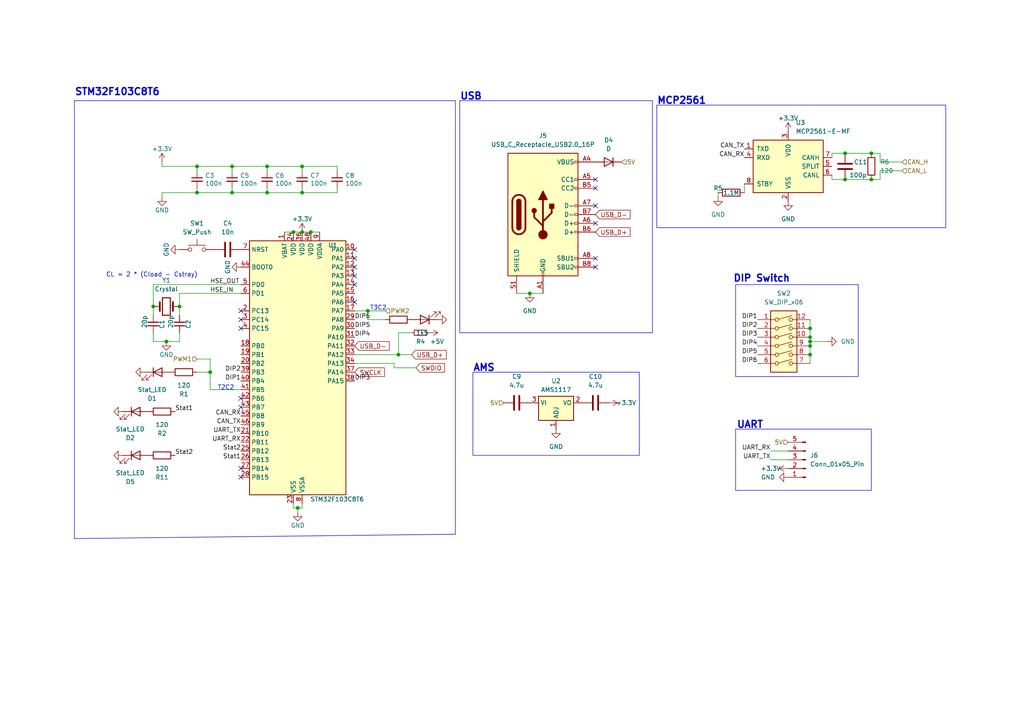
<source format=kicad_sch>
(kicad_sch (version 20231120) (generator "eeschema") (generator_version "8.0")
  (paper "A4")
  (lib_symbols
    (symbol "Connector:Conn_01x05_Pin" (pin_names (offset 1.016) hide)
      (property "Reference" "J" (at 0 7.62 0))
      (property "Value" "Conn_01x05_Pin" (at 0 -7.62 0))
      (symbol "Conn_01x05_Pin_1_1"
        (polyline (pts (xy 1.27 -5.08) (xy 0.8636 -5.08)) (stroke (width 0.1524)))
        (polyline (pts (xy 1.27 -2.54) (xy 0.8636 -2.54)) (stroke (width 0.1524)))
        (polyline (pts (xy 1.27 0) (xy 0.8636 0)) (stroke (width 0.1524)))
        (polyline (pts (xy 1.27 2.54) (xy 0.8636 2.54)) (stroke (width 0.1524)))
        (polyline (pts (xy 1.27 5.08) (xy 0.8636 5.08)) (stroke (width 0.1524)))
        (rectangle (start 0.8636 -4.953) (end 0 -5.207) (stroke (width 0.1524)) (fill (type outline)))
        (rectangle (start 0.8636 -2.413) (end 0 -2.667) (stroke (width 0.1524)) (fill (type outline)))
        (rectangle (start 0.8636 0.127) (end 0 -0.127) (stroke (width 0.1524)) (fill (type outline)))
        (rectangle (start 0.8636 2.667) (end 0 2.413) (stroke (width 0.1524)) (fill (type outline)))
        (rectangle (start 0.8636 5.207) (end 0 4.953) (stroke (width 0.1524)) (fill (type outline)))
        (pin passive line (at 5.08 5.08 180) (length 3.81) (name "Pin_1") (number "1"))
        (pin passive line (at 5.08 2.54 180) (length 3.81) (name "Pin_2") (number "2"))
        (pin passive line (at 5.08 0 180) (length 3.81) (name "Pin_3") (number "3"))
        (pin passive line (at 5.08 -2.54 180) (length 3.81) (name "Pin_4") (number "4"))
        (pin passive line (at 5.08 -5.08 180) (length 3.81) (name "Pin_5") (number "5"))
      )
    )
    (symbol "Connector:USB_C_Receptacle_USB2.0_16P" (pin_names (offset 1.016))
      (property "Reference" "J" (at 0 22.225 0))
      (property "Value" "USB_C_Receptacle_USB2.0_16P" (at 0 19.685 0))
      (symbol "USB_C_Receptacle_USB2.0_16P_0_0"
        (rectangle (start -0.254 -17.78) (end 0.254 -16.764))
        (rectangle (start 10.16 -14.986) (end 9.144 -15.494))
        (rectangle (start 10.16 -12.446) (end 9.144 -12.954))
        (rectangle (start 10.16 -4.826) (end 9.144 -5.334))
        (rectangle (start 10.16 -2.286) (end 9.144 -2.794))
        (rectangle (start 10.16 0.254) (end 9.144 -0.254))
        (rectangle (start 10.16 2.794) (end 9.144 2.286))
        (rectangle (start 10.16 7.874) (end 9.144 7.366))
        (rectangle (start 10.16 10.414) (end 9.144 9.906))
        (rectangle (start 10.16 15.494) (end 9.144 14.986))
      )
      (symbol "USB_C_Receptacle_USB2.0_16P_0_1"
        (rectangle (start -10.16 17.78) (end 10.16 -17.78) (stroke (width 0.254)) (fill (type background)))
        (arc (start -8.89 -3.81) (mid -6.985 -5.7067) (end -5.08 -3.81) (stroke (width 0.508)))
        (arc (start -7.62 -3.81) (mid -6.985 -4.4423) (end -6.35 -3.81) (stroke (width 0.254)))
        (arc (start -7.62 -3.81) (mid -6.985 -4.4423) (end -6.35 -3.81) (stroke (width 0.254)) (fill (type outline)))
        (rectangle (start -7.62 -3.81) (end -6.35 3.81) (stroke (width 0.254)) (fill (type outline)))
        (arc (start -6.35 3.81) (mid -6.985 4.4423) (end -7.62 3.81) (stroke (width 0.254)))
        (arc (start -6.35 3.81) (mid -6.985 4.4423) (end -7.62 3.81) (stroke (width 0.254)) (fill (type outline)))
        (arc (start -5.08 3.81) (mid -6.985 5.7067) (end -8.89 3.81) (stroke (width 0.508)))
        (circle (center -2.54 1.143) (radius 0.635) (stroke (width 0.254)) (fill (type outline)))
        (circle (center 0 -5.842) (radius 1.27) (fill (type outline)))
        (polyline (pts (xy -8.89 -3.81) (xy -8.89 3.81)) (stroke (width 0.508)))
        (polyline (pts (xy -5.08 3.81) (xy -5.08 -3.81)) (stroke (width 0.508)))
        (polyline (pts (xy 0 -5.842) (xy 0 4.318)) (stroke (width 0.508)))
        (polyline (pts (xy 0 -3.302) (xy -2.54 -0.762) (xy -2.54 0.508)) (stroke (width 0.508)))
        (polyline (pts (xy 0 -2.032) (xy 2.54 0.508) (xy 2.54 1.778)) (stroke (width 0.508)))
        (polyline (pts (xy -1.27 4.318) (xy 0 6.858) (xy 1.27 4.318) (xy -1.27 4.318)) (stroke (width 0.254)) (fill (type outline)))
        (rectangle (start 1.905 1.778) (end 3.175 3.048) (stroke (width 0.254)) (fill (type outline)))
      )
      (symbol "USB_C_Receptacle_USB2.0_16P_1_1"
        (pin passive line (at 0 -22.86 90) (length 5.08) (name "GND") (number "A1"))
        (pin passive line (at 0 -22.86 90) (length 5.08) hide (name "GND") (number "A12"))
        (pin passive line (at 15.24 15.24 180) (length 5.08) (name "VBUS") (number "A4"))
        (pin bidirectional line (at 15.24 10.16 180) (length 5.08) (name "CC1") (number "A5"))
        (pin bidirectional line (at 15.24 -2.54 180) (length 5.08) (name "D+") (number "A6"))
        (pin bidirectional line (at 15.24 2.54 180) (length 5.08) (name "D-") (number "A7"))
        (pin bidirectional line (at 15.24 -12.7 180) (length 5.08) (name "SBU1") (number "A8"))
        (pin passive line (at 15.24 15.24 180) (length 5.08) hide (name "VBUS") (number "A9"))
        (pin passive line (at 0 -22.86 90) (length 5.08) hide (name "GND") (number "B1"))
        (pin passive line (at 0 -22.86 90) (length 5.08) hide (name "GND") (number "B12"))
        (pin passive line (at 15.24 15.24 180) (length 5.08) hide (name "VBUS") (number "B4"))
        (pin bidirectional line (at 15.24 7.62 180) (length 5.08) (name "CC2") (number "B5"))
        (pin bidirectional line (at 15.24 -5.08 180) (length 5.08) (name "D+") (number "B6"))
        (pin bidirectional line (at 15.24 0 180) (length 5.08) (name "D-") (number "B7"))
        (pin bidirectional line (at 15.24 -15.24 180) (length 5.08) (name "SBU2") (number "B8"))
        (pin passive line (at 15.24 15.24 180) (length 5.08) hide (name "VBUS") (number "B9"))
        (pin passive line (at -7.62 -22.86 90) (length 5.08) (name "SHIELD") (number "S1"))
      )
    )
    (symbol "Device:C" (pin_numbers hide) (pin_names (offset 0.254))
      (property "Reference" "C" (at 0.635 2.54 0))
      (property "Value" "C" (at 0.635 -2.54 0))
      (symbol "C_0_1"
        (polyline (pts (xy -2.032 -0.762) (xy 2.032 -0.762)) (stroke (width 0.508)))
        (polyline (pts (xy -2.032 0.762) (xy 2.032 0.762)) (stroke (width 0.508)))
      )
      (symbol "C_1_1"
        (pin passive line (at 0 3.81 270) (length 2.794) (name "~") (number "1"))
        (pin passive line (at 0 -3.81 90) (length 2.794) (name "~") (number "2"))
      )
    )
    (symbol "Device:C_Small" (pin_numbers hide) (pin_names (offset 0.254) hide)
      (property "Reference" "C" (at 0.254 1.778 0))
      (property "Value" "C_Small" (at 0.254 -2.032 0))
      (symbol "C_Small_0_1"
        (polyline (pts (xy -1.524 -0.508) (xy 1.524 -0.508)) (stroke (width 0.3302)))
        (polyline (pts (xy -1.524 0.508) (xy 1.524 0.508)) (stroke (width 0.3048)))
      )
      (symbol "C_Small_1_1"
        (pin passive line (at 0 2.54 270) (length 2.032) (name "~") (number "1"))
        (pin passive line (at 0 -2.54 90) (length 2.032) (name "~") (number "2"))
      )
    )
    (symbol "Device:Crystal" (pin_numbers hide) (pin_names (offset 1.016) hide)
      (property "Reference" "Y" (at 0 3.81 0))
      (property "Value" "Crystal" (at 0 -3.81 0))
      (symbol "Crystal_0_1"
        (rectangle (start -1.143 2.54) (end 1.143 -2.54) (stroke (width 0.3048)))
        (polyline (pts (xy -2.54 0) (xy -1.905 0)))
        (polyline (pts (xy -1.905 -1.27) (xy -1.905 1.27)) (stroke (width 0.508)))
        (polyline (pts (xy 1.905 -1.27) (xy 1.905 1.27)) (stroke (width 0.508)))
        (polyline (pts (xy 2.54 0) (xy 1.905 0)))
      )
      (symbol "Crystal_1_1"
        (pin passive line (at -3.81 0 0) (length 1.27) (name "1") (number "1"))
        (pin passive line (at 3.81 0 180) (length 1.27) (name "2") (number "2"))
      )
    )
    (symbol "Device:D" (pin_numbers hide) (pin_names (offset 1.016) hide)
      (property "Reference" "D" (at 0 2.54 0))
      (property "Value" "D" (at 0 -2.54 0))
      (symbol "D_0_1"
        (polyline (pts (xy -1.27 1.27) (xy -1.27 -1.27)) (stroke (width 0.254)))
        (polyline (pts (xy 1.27 0) (xy -1.27 0)))
        (polyline (pts (xy 1.27 1.27) (xy 1.27 -1.27) (xy -1.27 0) (xy 1.27 1.27)) (stroke (width 0.254)))
      )
      (symbol "D_1_1"
        (pin passive line (at -3.81 0 0) (length 2.54) (name "K") (number "1"))
        (pin passive line (at 3.81 0 180) (length 2.54) (name "A") (number "2"))
      )
    )
    (symbol "Device:LED" (pin_numbers hide) (pin_names (offset 1.016) hide)
      (property "Reference" "D" (at 0 2.54 0))
      (property "Value" "LED" (at 0 -2.54 0))
      (symbol "LED_0_1"
        (polyline (pts (xy -1.27 -1.27) (xy -1.27 1.27)) (stroke (width 0.254)))
        (polyline (pts (xy -1.27 0) (xy 1.27 0)))
        (polyline (pts (xy 1.27 -1.27) (xy 1.27 1.27) (xy -1.27 0) (xy 1.27 -1.27)) (stroke (width 0.254)))
        (polyline (pts (xy -3.048 -0.762) (xy -4.572 -2.286) (xy -3.81 -2.286) (xy -4.572 -2.286) (xy -4.572 -1.524)))
        (polyline (pts (xy -1.778 -0.762) (xy -3.302 -2.286) (xy -2.54 -2.286) (xy -3.302 -2.286) (xy -3.302 -1.524)))
      )
      (symbol "LED_1_1"
        (pin passive line (at -3.81 0 0) (length 2.54) (name "K") (number "1"))
        (pin passive line (at 3.81 0 180) (length 2.54) (name "A") (number "2"))
      )
    )
    (symbol "Device:R" (pin_numbers hide) (pin_names (offset 0))
      (property "Reference" "R" (at 2.032 0 90))
      (property "Value" "R" (at 0 0 90))
      (symbol "R_0_1"
        (rectangle (start -1.016 -2.54) (end 1.016 2.54) (stroke (width 0.254)))
      )
      (symbol "R_1_1"
        (pin passive line (at 0 3.81 270) (length 1.27) (name "~") (number "1"))
        (pin passive line (at 0 -3.81 90) (length 1.27) (name "~") (number "2"))
      )
    )
    (symbol "Device:R_Small" (pin_numbers hide) (pin_names (offset 0.254) hide)
      (property "Reference" "R" (at 0.762 0.508 0))
      (property "Value" "R_Small" (at 0.762 -1.016 0))
      (symbol "R_Small_0_1"
        (rectangle (start -0.762 1.778) (end 0.762 -1.778) (stroke (width 0.2032)))
      )
      (symbol "R_Small_1_1"
        (pin passive line (at 0 2.54 270) (length 0.762) (name "~") (number "1"))
        (pin passive line (at 0 -2.54 90) (length 0.762) (name "~") (number "2"))
      )
    )
    (symbol "GND_1" (power) (pin_numbers hide) (pin_names (offset 0) hide)
      (property "Value" "GND" (at 0 -3.81 0))
      (symbol "GND_1_0_1"
        (polyline (pts (xy 0 0) (xy 0 -1.27) (xy 1.27 -1.27) (xy 0 -2.54) (xy -1.27 -1.27) (xy 0 -1.27)))
      )
      (symbol "GND_1_1_1"
        (pin power_in line (at 0 0 270) (length 0) (name "~") (number "1"))
      )
    )
    (symbol "Interface_CAN_LIN:MCP2561-E-MF" (pin_names (offset 1.016))
      (property "Reference" "U" (at -10.16 8.89 0))
      (property "Value" "MCP2561-E-MF" (at 2.54 8.89 0))
      (symbol "MCP2561-E-MF_0_1"
        (rectangle (start -10.16 7.62) (end 10.16 -7.62) (stroke (width 0.254)) (fill (type background)))
      )
      (symbol "MCP2561-E-MF_1_1"
        (pin input line (at -12.7 5.08 0) (length 2.54) (name "TXD") (number "1"))
        (pin power_in line (at 0 -10.16 90) (length 2.54) (name "VSS") (number "2"))
        (pin power_in line (at 0 10.16 270) (length 2.54) (name "VDD") (number "3"))
        (pin output line (at -12.7 2.54 0) (length 2.54) (name "RXD") (number "4"))
        (pin passive line (at 12.7 0 180) (length 2.54) (name "SPLIT") (number "5"))
        (pin bidirectional line (at 12.7 -2.54 180) (length 2.54) (name "CANL") (number "6"))
        (pin bidirectional line (at 12.7 2.54 180) (length 2.54) (name "CANH") (number "7"))
        (pin input line (at -12.7 -5.08 0) (length 2.54) (name "STBY") (number "8"))
        (pin passive line (at 0 -10.16 90) (length 2.54) hide (name "VSS") (number "9"))
      )
    )
    (symbol "MCU_ST_STM32F1:STM32F103C8Tx"
      (property "Reference" "U" (at -12.7 39.37 0))
      (property "Value" "STM32F103C8Tx" (at 10.16 39.37 0))
      (symbol "STM32F103C8Tx_0_1"
        (rectangle (start -12.7 -35.56) (end 15.24 38.1) (stroke (width 0.254)) (fill (type background)))
      )
      (symbol "STM32F103C8Tx_1_1"
        (pin power_in line (at -2.54 40.64 270) (length 2.54) (name "VBAT") (number "1"))
        (pin bidirectional line (at 17.78 35.56 180) (length 2.54) (name "PA0") (number "10"))
        (pin bidirectional line (at 17.78 33.02 180) (length 2.54) (name "PA1") (number "11"))
        (pin bidirectional line (at 17.78 30.48 180) (length 2.54) (name "PA2") (number "12"))
        (pin bidirectional line (at 17.78 27.94 180) (length 2.54) (name "PA3") (number "13"))
        (pin bidirectional line (at 17.78 25.4 180) (length 2.54) (name "PA4") (number "14"))
        (pin bidirectional line (at 17.78 22.86 180) (length 2.54) (name "PA5") (number "15"))
        (pin bidirectional line (at 17.78 20.32 180) (length 2.54) (name "PA6") (number "16"))
        (pin bidirectional line (at 17.78 17.78 180) (length 2.54) (name "PA7") (number "17"))
        (pin bidirectional line (at -15.24 7.62 0) (length 2.54) (name "PB0") (number "18"))
        (pin bidirectional line (at -15.24 5.08 0) (length 2.54) (name "PB1") (number "19"))
        (pin bidirectional line (at -15.24 17.78 0) (length 2.54) (name "PC13") (number "2"))
        (pin bidirectional line (at -15.24 2.54 0) (length 2.54) (name "PB2") (number "20"))
        (pin bidirectional line (at -15.24 -17.78 0) (length 2.54) (name "PB10") (number "21"))
        (pin bidirectional line (at -15.24 -20.32 0) (length 2.54) (name "PB11") (number "22"))
        (pin power_in line (at 0 -38.1 90) (length 2.54) (name "VSS") (number "23"))
        (pin power_in line (at 0 40.64 270) (length 2.54) (name "VDD") (number "24"))
        (pin bidirectional line (at -15.24 -22.86 0) (length 2.54) (name "PB12") (number "25"))
        (pin bidirectional line (at -15.24 -25.4 0) (length 2.54) (name "PB13") (number "26"))
        (pin bidirectional line (at -15.24 -27.94 0) (length 2.54) (name "PB14") (number "27"))
        (pin bidirectional line (at -15.24 -30.48 0) (length 2.54) (name "PB15") (number "28"))
        (pin bidirectional line (at 17.78 15.24 180) (length 2.54) (name "PA8") (number "29"))
        (pin bidirectional line (at -15.24 15.24 0) (length 2.54) (name "PC14") (number "3"))
        (pin bidirectional line (at 17.78 12.7 180) (length 2.54) (name "PA9") (number "30"))
        (pin bidirectional line (at 17.78 10.16 180) (length 2.54) (name "PA10") (number "31"))
        (pin bidirectional line (at 17.78 7.62 180) (length 2.54) (name "PA11") (number "32"))
        (pin bidirectional line (at 17.78 5.08 180) (length 2.54) (name "PA12") (number "33"))
        (pin bidirectional line (at 17.78 2.54 180) (length 2.54) (name "PA13") (number "34"))
        (pin passive line (at 0 -38.1 90) (length 2.54) hide (name "VSS") (number "35"))
        (pin power_in line (at 2.54 40.64 270) (length 2.54) (name "VDD") (number "36"))
        (pin bidirectional line (at 17.78 0 180) (length 2.54) (name "PA14") (number "37"))
        (pin bidirectional line (at 17.78 -2.54 180) (length 2.54) (name "PA15") (number "38"))
        (pin bidirectional line (at -15.24 0 0) (length 2.54) (name "PB3") (number "39"))
        (pin bidirectional line (at -15.24 12.7 0) (length 2.54) (name "PC15") (number "4"))
        (pin bidirectional line (at -15.24 -2.54 0) (length 2.54) (name "PB4") (number "40"))
        (pin bidirectional line (at -15.24 -5.08 0) (length 2.54) (name "PB5") (number "41"))
        (pin bidirectional line (at -15.24 -7.62 0) (length 2.54) (name "PB6") (number "42"))
        (pin bidirectional line (at -15.24 -10.16 0) (length 2.54) (name "PB7") (number "43"))
        (pin input line (at -15.24 30.48 0) (length 2.54) (name "BOOT0") (number "44"))
        (pin bidirectional line (at -15.24 -12.7 0) (length 2.54) (name "PB8") (number "45"))
        (pin bidirectional line (at -15.24 -15.24 0) (length 2.54) (name "PB9") (number "46"))
        (pin passive line (at 0 -38.1 90) (length 2.54) hide (name "VSS") (number "47"))
        (pin power_in line (at 5.08 40.64 270) (length 2.54) (name "VDD") (number "48"))
        (pin bidirectional line (at -15.24 25.4 0) (length 2.54) (name "PD0") (number "5"))
        (pin bidirectional line (at -15.24 22.86 0) (length 2.54) (name "PD1") (number "6"))
        (pin input line (at -15.24 35.56 0) (length 2.54) (name "NRST") (number "7"))
        (pin power_in line (at 2.54 -38.1 90) (length 2.54) (name "VSSA") (number "8"))
        (pin power_in line (at 7.62 40.64 270) (length 2.54) (name "VDDA") (number "9"))
      )
    )
    (symbol "Regulator_Linear:AMS1117"
      (property "Reference" "U" (at -3.81 3.175 0))
      (property "Value" "AMS1117" (at 0 3.175 0))
      (symbol "AMS1117_0_1"
        (rectangle (start -5.08 -5.08) (end 5.08 1.905) (stroke (width 0.254)) (fill (type background)))
      )
      (symbol "AMS1117_1_1"
        (pin input line (at 0 -7.62 90) (length 2.54) (name "ADJ") (number "1"))
        (pin power_out line (at 7.62 0 180) (length 2.54) (name "VO") (number "2"))
        (pin power_in line (at -7.62 0 0) (length 2.54) (name "VI") (number "3"))
      )
    )
    (symbol "Switch:SW_DIP_x06" (pin_names (offset 0) hide)
      (property "Reference" "SW" (at 0 11.43 0))
      (property "Value" "SW_DIP_x06" (at 0 -8.89 0))
      (symbol "SW_DIP_x06_0_0"
        (circle (center -2.032 -5.08) (radius 0.508))
        (circle (center -2.032 -2.54) (radius 0.508))
        (circle (center -2.032 0) (radius 0.508))
        (circle (center -2.032 2.54) (radius 0.508))
        (circle (center -2.032 5.08) (radius 0.508))
        (circle (center -2.032 7.62) (radius 0.508))
        (polyline (pts (xy -1.524 -4.9276) (xy 2.3622 -3.8862)))
        (polyline (pts (xy -1.524 -2.3876) (xy 2.3622 -1.3462)))
        (polyline (pts (xy -1.524 0.127) (xy 2.3622 1.1684)))
        (polyline (pts (xy -1.524 2.667) (xy 2.3622 3.7084)))
        (polyline (pts (xy -1.524 5.207) (xy 2.3622 6.2484)))
        (polyline (pts (xy -1.524 7.747) (xy 2.3622 8.7884)))
        (circle (center 2.032 -5.08) (radius 0.508))
        (circle (center 2.032 -2.54) (radius 0.508))
        (circle (center 2.032 0) (radius 0.508))
        (circle (center 2.032 2.54) (radius 0.508))
        (circle (center 2.032 5.08) (radius 0.508))
        (circle (center 2.032 7.62) (radius 0.508))
      )
      (symbol "SW_DIP_x06_0_1"
        (rectangle (start -3.81 10.16) (end 3.81 -7.62) (stroke (width 0.254)) (fill (type background)))
      )
      (symbol "SW_DIP_x06_1_1"
        (pin passive line (at -7.62 7.62 0) (length 5.08) (name "~") (number "1"))
        (pin passive line (at 7.62 2.54 180) (length 5.08) (name "~") (number "10"))
        (pin passive line (at 7.62 5.08 180) (length 5.08) (name "~") (number "11"))
        (pin passive line (at 7.62 7.62 180) (length 5.08) (name "~") (number "12"))
        (pin passive line (at -7.62 5.08 0) (length 5.08) (name "~") (number "2"))
        (pin passive line (at -7.62 2.54 0) (length 5.08) (name "~") (number "3"))
        (pin passive line (at -7.62 0 0) (length 5.08) (name "~") (number "4"))
        (pin passive line (at -7.62 -2.54 0) (length 5.08) (name "~") (number "5"))
        (pin passive line (at -7.62 -5.08 0) (length 5.08) (name "~") (number "6"))
        (pin passive line (at 7.62 -5.08 180) (length 5.08) (name "~") (number "7"))
        (pin passive line (at 7.62 -2.54 180) (length 5.08) (name "~") (number "8"))
        (pin passive line (at 7.62 0 180) (length 5.08) (name "~") (number "9"))
      )
    )
    (symbol "Switch:SW_Push" (pin_numbers hide) (pin_names (offset 1.016) hide)
      (property "Reference" "SW" (at 1.27 2.54 0))
      (property "Value" "SW_Push" (at 0 -1.524 0))
      (symbol "SW_Push_0_1"
        (circle (center -2.032 0) (radius 0.508))
        (polyline (pts (xy 0 1.27) (xy 0 3.048)))
        (polyline (pts (xy 2.54 1.27) (xy -2.54 1.27)))
        (circle (center 2.032 0) (radius 0.508))
        (pin passive line (at -5.08 0 0) (length 2.54) (name "1") (number "1"))
        (pin passive line (at 5.08 0 180) (length 2.54) (name "2") (number "2"))
      )
    )
    (symbol "power:+3.3V" (power) (pin_names (offset 0))
      (property "Value" "+3.3V" (at 0 3.556 0))
      (symbol "+3.3V_0_1"
        (polyline (pts (xy -0.762 1.27) (xy 0 2.54)))
        (polyline (pts (xy 0 0) (xy 0 2.54)))
        (polyline (pts (xy 0 2.54) (xy 0.762 1.27)))
      )
      (symbol "+3.3V_1_1"
        (pin power_in line (at 0 0 90) (length 0) hide (name "+3.3V") (number "1"))
      )
    )
    (symbol "power:+5V" (power) (pin_names (offset 0))
      (property "Value" "+5V" (at 0 3.556 0))
      (symbol "+5V_0_1"
        (polyline (pts (xy -0.762 1.27) (xy 0 2.54)))
        (polyline (pts (xy 0 0) (xy 0 2.54)))
        (polyline (pts (xy 0 2.54) (xy 0.762 1.27)))
      )
      (symbol "+5V_1_1"
        (pin power_in line (at 0 0 90) (length 0) hide (name "+5V") (number "1"))
      )
    )
    (symbol "power:GND" (power) (pin_names (offset 0))
      (property "Value" "GND" (at 0 -3.81 0))
      (symbol "GND_0_1"
        (polyline (pts (xy 0 0) (xy 0 -1.27) (xy 1.27 -1.27) (xy 0 -2.54) (xy -1.27 -1.27) (xy 0 -1.27)))
      )
      (symbol "GND_1_1"
        (pin power_in line (at 0 0 270) (length 0) hide (name "GND") (number "1"))
      )
    )
  )
  (junction (at 85.09 67.31))
  (junction (at 234.95 100.33))
  (junction (at 60.96 107.95))
  (junction (at 234.95 102.87))
  (junction (at 252.73 44.45))
  (junction (at 57.15 48.26))
  (junction (at 48.26 99.06))
  (junction (at 234.95 97.79))
  (junction (at 87.63 67.31))
  (junction (at 86.36 147.32))
  (junction (at 90.17 67.31))
  (junction (at 153.67 85.09))
  (junction (at 234.95 95.25))
  (junction (at 87.63 55.88))
  (junction (at 52.07 88.9))
  (junction (at 234.95 99.06))
  (junction (at 252.73 52.07))
  (junction (at 245.11 52.07))
  (junction (at 115.57 102.87))
  (junction (at 87.63 48.26))
  (junction (at 77.47 48.26))
  (junction (at 245.11 44.45))
  (junction (at 106.68 90.17))
  (junction (at 77.47 55.88))
  (junction (at 67.31 55.88))
  (junction (at 44.45 88.9))
  (junction (at 67.31 48.26))
  (junction (at 57.15 55.88))
  (no_connect (at 172.72 59.69))
  (no_connect (at 172.72 52.07))
  (no_connect (at 69.85 115.57))
  (no_connect (at 102.87 80.01))
  (no_connect (at 69.85 92.71))
  (no_connect (at 102.87 74.93))
  (no_connect (at 69.85 118.11))
  (no_connect (at 172.72 54.61))
  (no_connect (at 69.85 138.43))
  (no_connect (at 69.85 90.17))
  (no_connect (at 102.87 82.55))
  (no_connect (at 102.87 87.63))
  (no_connect (at 172.72 64.77))
  (no_connect (at 102.87 72.39))
  (no_connect (at 69.85 135.89))
  (no_connect (at 172.72 77.47))
  (no_connect (at 172.72 74.93))
  (no_connect (at 69.85 95.25))
  (no_connect (at 102.87 77.47))
  (wire (pts (xy 90.17 67.31) (xy 92.71 67.31)))
  (wire (pts (xy 115.57 102.87) (xy 119.38 102.87)))
  (wire (pts (xy 241.3 44.45) (xy 245.11 44.45)))
  (wire (pts (xy 245.11 52.07) (xy 252.73 52.07)))
  (wire (pts (xy 241.3 50.8) (xy 241.3 52.07)))
  (wire (pts (xy 57.15 55.88) (xy 57.15 54.61)))
  (wire (pts (xy 255.27 44.45) (xy 252.73 44.45)))
  (wire (pts (xy 114.3 105.41) (xy 102.87 105.41)))
  (wire (pts (xy 149.86 85.09) (xy 153.67 85.09)))
  (wire (pts (xy 52.07 96.52) (xy 52.07 99.06)))
  (wire (pts (xy 261.62 46.99) (xy 255.27 46.99)))
  (wire (pts (xy 119.38 96.52) (xy 115.57 96.52)))
  (wire (pts (xy 234.95 99.06) (xy 234.95 100.33)))
  (wire (pts (xy 52.07 85.09) (xy 52.07 88.9)))
  (wire (pts (xy 234.95 92.71) (xy 234.95 95.25)))
  (wire (pts (xy 245.11 44.45) (xy 252.73 44.45)))
  (wire (pts (xy 77.47 48.26) (xy 67.31 48.26)))
  (wire (pts (xy 67.31 55.88) (xy 77.47 55.88)))
  (wire (pts (xy 44.45 88.9) (xy 44.45 91.44)))
  (wire (pts (xy 208.28 55.88) (xy 208.28 57.15)))
  (wire (pts (xy 97.79 49.53) (xy 97.79 48.26)))
  (wire (pts (xy 60.96 113.03) (xy 69.85 113.03)))
  (wire (pts (xy 44.45 82.55) (xy 44.45 88.9)))
  (wire (pts (xy 87.63 49.53) (xy 87.63 48.26)))
  (wire (pts (xy 255.27 49.53) (xy 255.27 52.07)))
  (wire (pts (xy 67.31 49.53) (xy 67.31 48.26)))
  (wire (pts (xy 57.15 107.95) (xy 60.96 107.95)))
  (wire (pts (xy 52.07 99.06) (xy 48.26 99.06)))
  (polyline (pts (xy 21.59 29.21) (xy 21.59 156.21)))
  (wire (pts (xy 111.76 92.71) (xy 106.68 92.71)))
  (wire (pts (xy 44.45 99.06) (xy 48.26 99.06)))
  (wire (pts (xy 46.99 46.99) (xy 46.99 48.26)))
  (wire (pts (xy 87.63 48.26) (xy 77.47 48.26)))
  (wire (pts (xy 44.45 96.52) (xy 44.45 99.06)))
  (wire (pts (xy 77.47 49.53) (xy 77.47 48.26)))
  (wire (pts (xy 52.07 85.09) (xy 69.85 85.09)))
  (wire (pts (xy 57.15 48.26) (xy 57.15 49.53)))
  (wire (pts (xy 97.79 48.26) (xy 87.63 48.26)))
  (wire (pts (xy 223.52 130.81) (xy 228.6 130.81)))
  (wire (pts (xy 77.47 55.88) (xy 87.63 55.88)))
  (polyline (pts (xy 132.08 29.21) (xy 21.59 29.21)))
  (polyline (pts (xy 132.08 154.94) (xy 132.08 29.21)))
  (wire (pts (xy 255.27 52.07) (xy 252.73 52.07)))
  (wire (pts (xy 153.67 85.09) (xy 157.48 85.09)))
  (wire (pts (xy 57.15 55.88) (xy 67.31 55.88)))
  (wire (pts (xy 102.87 90.17) (xy 106.68 90.17)))
  (wire (pts (xy 82.55 67.31) (xy 85.09 67.31)))
  (wire (pts (xy 57.15 48.26) (xy 46.99 48.26)))
  (wire (pts (xy 215.9 55.88) (xy 215.9 53.34)))
  (polyline (pts (xy 21.59 156.21) (xy 132.08 154.94)))
  (wire (pts (xy 60.96 107.95) (xy 60.96 113.03)))
  (wire (pts (xy 87.63 146.05) (xy 87.63 147.32)))
  (wire (pts (xy 114.3 106.68) (xy 114.3 105.41)))
  (wire (pts (xy 255.27 46.99) (xy 255.27 44.45)))
  (wire (pts (xy 261.62 49.53) (xy 255.27 49.53)))
  (wire (pts (xy 234.95 95.25) (xy 234.95 97.79)))
  (wire (pts (xy 115.57 96.52) (xy 115.57 102.87)))
  (wire (pts (xy 97.79 55.88) (xy 87.63 55.88)))
  (wire (pts (xy 106.68 90.17) (xy 111.76 90.17)))
  (wire (pts (xy 69.85 82.55) (xy 44.45 82.55)))
  (wire (pts (xy 60.96 104.14) (xy 60.96 107.95)))
  (wire (pts (xy 241.3 45.72) (xy 241.3 44.45)))
  (wire (pts (xy 97.79 54.61) (xy 97.79 55.88)))
  (wire (pts (xy 87.63 54.61) (xy 87.63 55.88)))
  (wire (pts (xy 87.63 67.31) (xy 90.17 67.31)))
  (wire (pts (xy 46.99 55.88) (xy 57.15 55.88)))
  (wire (pts (xy 240.03 99.06) (xy 234.95 99.06)))
  (wire (pts (xy 85.09 67.31) (xy 87.63 67.31)))
  (wire (pts (xy 114.3 106.68) (xy 120.65 106.68)))
  (wire (pts (xy 67.31 48.26) (xy 57.15 48.26)))
  (wire (pts (xy 57.15 104.14) (xy 60.96 104.14)))
  (wire (pts (xy 234.95 97.79) (xy 234.95 99.06)))
  (wire (pts (xy 234.95 102.87) (xy 234.95 105.41)))
  (wire (pts (xy 86.36 147.32) (xy 87.63 147.32)))
  (wire (pts (xy 106.68 92.71) (xy 106.68 90.17)))
  (wire (pts (xy 77.47 54.61) (xy 77.47 55.88)))
  (wire (pts (xy 67.31 54.61) (xy 67.31 55.88)))
  (wire (pts (xy 223.52 133.35) (xy 228.6 133.35)))
  (wire (pts (xy 46.99 55.88) (xy 46.99 57.15)))
  (wire (pts (xy 241.3 52.07) (xy 245.11 52.07)))
  (wire (pts (xy 86.36 148.59) (xy 86.36 147.32)))
  (wire (pts (xy 52.07 88.9) (xy 52.07 91.44)))
  (wire (pts (xy 85.09 147.32) (xy 86.36 147.32)))
  (wire (pts (xy 234.95 100.33) (xy 234.95 102.87)))
  (wire (pts (xy 102.87 102.87) (xy 115.57 102.87)))
  (wire (pts (xy 85.09 147.32) (xy 85.09 146.05)))
  (rectangle (start 190.5 30.48) (end 274.32 66.04))
  (rectangle (start 137.16 107.95) (end 185.42 132.08))
  (rectangle (start 213.36 82.55) (end 248.92 109.22))
  (rectangle (start 213.36 124.46) (end 252.73 142.24))
  (rectangle (start 133.35 29.21) (end 189.23 96.52))
  (text "DIP Switch" (at 212.598 82.042 0) (effects (font (size 2.0066 2.0066) (thickness 0.4013) (bold yes)) (justify left bottom)))
  (text "T3C2" (at 109.728 89.408 0) (effects (font (size 1.27 1.27))))
  (text "UART" (at 213.614 124.46 0) (effects (font (size 2.0066 2.0066) (thickness 0.4013) (bold yes)) (justify left bottom)))
  (text "USB" (at 133.35 29.21 0) (effects (font (size 2.0066 2.0066) (thickness 0.4013) (bold yes)) (justify left bottom)))
  (text "STM32F103C8T6" (at 21.59 27.94 0) (effects (font (size 2.0066 2.0066) (thickness 0.4013) (bold yes)) (justify left bottom)))
  (text "T2C2" (at 65.532 112.522 0) (effects (font (size 1.27 1.27))))
  (text "MCP2561" (at 190.5 30.48 0) (effects (font (size 2.0066 2.0066) (thickness 0.4013) (bold yes)) (justify left bottom)))
  (text "AMS" (at 137.16 107.95 0) (effects (font (size 2.0066 2.0066) (thickness 0.4013) (bold yes)) (justify left bottom)))
  (text "CL = 2 * (Cload - Cstray)" (at 30.734 80.518 0) (effects (font (size 1.27 1.27)) (justify left bottom)))
  (label "DIP5" (at 102.87 95.25 0))
  (label "DIP4" (at 219.71 100.33 180))
  (label "CAN_RX" (at 215.9 45.72 180))
  (label "DIP3" (at 102.87 110.49 0))
  (label "DIP2" (at 69.85 107.95 180))
  (label "UART_TX" (at 69.85 125.73 180))
  (label "CAN_TX" (at 215.9 43.18 180))
  (label "DIP4" (at 102.87 97.79 0))
  (label "HSE_IN" (at 60.96 85.09 0))
  (label "CAN_RX" (at 69.85 120.65 180))
  (label "DIP5" (at 219.71 102.87 180))
  (label "DIP6" (at 102.87 92.71 0))
  (label "UART_RX" (at 223.52 130.81 180))
  (label "DIP6" (at 219.71 105.41 180))
  (label "CAN_TX" (at 69.85 123.19 180))
  (label "Stat1" (at 50.8 119.38 0))
  (label "Stat2" (at 50.8 132.08 0))
  (label "DIP2" (at 219.71 95.25 180))
  (label "UART_RX" (at 69.85 128.27 180))
  (label "DIP3" (at 219.71 97.79 180))
  (label "UART_TX" (at 223.52 133.35 180))
  (label "DIP1" (at 69.85 110.49 180))
  (label "Stat2" (at 69.85 130.81 180))
  (label "HSE_OUT" (at 60.96 82.55 0))
  (label "DIP1" (at 219.71 92.71 180))
  (label "Stat1" (at 69.85 133.35 180))
  (global_label "USB_D+" (shape input) (at 119.38 102.87 0) (property "Intersheetrefs" "${INTERSHEET_REFS}" (effects (hide yes))))
  (global_label "USB_D+" (shape input) (at 172.72 67.31 0) (property "Intersheetrefs" "${INTERSHEET_REFS}" (effects (hide yes))))
  (global_label "USB_D-" (shape input) (at 172.72 62.23 0) (property "Intersheetrefs" "${INTERSHEET_REFS}" (effects (hide yes))))
  (global_label "SWCLK" (shape input) (at 102.87 107.95 0) (property "Intersheetrefs" "${INTERSHEET_REFS}" (effects (hide yes))))
  (global_label "USB_D-" (shape input) (at 102.87 100.33 0) (property "Intersheetrefs" "${INTERSHEET_REFS}" (effects (hide yes))))
  (global_label "SWDIO" (shape input) (at 120.65 106.68 0) (property "Intersheetrefs" "${INTERSHEET_REFS}" (effects (hide yes))))
  (hierarchical_label "PWM2" (shape input) (at 111.76 90.17 0))
  (hierarchical_label "CAN_L" (shape input) (at 261.62 49.53 0))
  (hierarchical_label "PWM1" (shape input) (at 57.15 104.14 180))
  (hierarchical_label "5V" (shape input) (at 180.34 46.99 0))
  (hierarchical_label "5V" (shape input) (at 228.6 128.27 180))
  (hierarchical_label "5V" (shape input) (at 146.05 116.84 180))
  (hierarchical_label "CAN_H" (shape input) (at 261.62 46.99 0))
  (symbol (lib_id "power:GND") (at 48.26 99.06 0) (unit 1)
    (property "Reference" "#PWR5" (effects (hide yes)))
    (property "Value" "GND" (at 48.26 102.87 0))
  )
  (symbol (lib_id "Device:C") (at 245.11 48.26 0) (unit 1)
    (property "Reference" "C11" (at 247.65 46.99 0) (effects (justify left)))
    (property "Value" "100p" (at 246.38 50.8 0) (effects (justify left)))
    (property "Footprint" "Capacitor_SMD:C_0603_1608Metric" (effects (hide yes)))
  )
  (symbol (lib_id "power:GND") (at 228.6 58.42 0) (unit 1)
    (property "Reference" "#PWR20" (effects (hide yes)))
    (property "Value" "GND" (at 228.6 63.5 0))
  )
  (symbol (lib_id "Device:R") (at 46.99 119.38 270) (unit 1)
    (property "Reference" "R2" (at 46.99 125.73 90))
    (property "Value" "120" (at 46.99 123.19 90))
    (property "Footprint" "Resistor_SMD:R_0603_1608Metric" (effects (hide yes)))
  )
  (symbol (lib_id "Device:C_Small") (at 52.07 93.98 180) (unit 1)
    (property "Reference" "C2" (at 54.61 92.71 90) (effects (justify left)))
    (property "Value" "20p" (at 49.53 91.44 90) (effects (justify left)))
    (property "Footprint" "Capacitor_SMD:C_0603_1608Metric" (effects (hide yes)))
    (property "LCSC Part #" "C1570" (effects (hide yes)))
  )
  (symbol (lib_id "Device:C") (at 149.86 116.84 90) (unit 1)
    (property "Reference" "C9" (at 149.86 109.22 90))
    (property "Value" "4.7u" (at 149.86 111.76 90))
    (property "Footprint" "Capacitor_SMD:C_0603_1608Metric" (effects (hide yes)))
  )
  (symbol (lib_id "power:+3.3V") (at 176.53 116.84 270) (unit 1)
    (property "Reference" "#PWR15" (effects (hide yes)))
    (property "Value" "+3.3V" (at 181.61 116.84 90))
  )
  (symbol (lib_id "Device:D") (at 176.53 46.99 180) (unit 1)
    (property "Reference" "D4" (at 176.53 40.64 0))
    (property "Value" "D" (at 176.53 43.18 0))
    (property "Footprint" "Diode_SMD:D_0201_0603Metric" (effects (hide yes)))
    (property "Description" "Diode" (effects (hide yes)))
    (property "Sim.Device" "D" (effects (hide yes)))
    (property "Sim.Pins" "1=K 2=A" (effects (hide yes)))
  )
  (symbol (lib_id "Connector:USB_C_Receptacle_USB2.0_16P") (at 157.48 62.23 0) (unit 1)
    (property "Reference" "J5" (at 157.48 39.37 0))
    (property "Value" "USB_C_Receptacle_USB2.0_16P" (at 157.48 41.91 0))
    (property "Footprint" "Connector_USB:USB_C_Receptacle_GCT_USB4105-xx-A_16P_TopMnt_Horizontal" (effects (hide yes)))
    (property "Datasheet" "https://www.usb.org/sites/default/files/documents/usb_type-c.zip" (effects (hide yes)))
    (property "Description" "USB 2.0-only 16P Type-C Receptacle connector" (effects (hide yes)))
  )
  (symbol (lib_id "power:+3.3V") (at 87.63 67.31 0) (unit 1)
    (property "Reference" "#PWR9" (effects (hide yes)))
    (property "Value" "+3.3V" (at 87.63 63.5 0))
  )
  (symbol (lib_id "Switch:SW_Push") (at 57.15 72.39 0) (unit 1)
    (property "Reference" "SW1" (at 57.15 64.77 0))
    (property "Value" "SW_Push" (at 57.15 67.31 0))
    (property "Footprint" "Button_Switch_SMD:SW_Tactile_SPST_NO_Straight_CK_PTS636Sx25SMTRLFS" (effects (hide yes)))
  )
  (symbol (lib_id "Device:C_Small") (at 67.31 52.07 0) (unit 1)
    (property "Reference" "C5" (at 69.6468 50.9016 0) (effects (justify left)))
    (property "Value" "100n" (at 69.6468 53.213 0) (effects (justify left)))
    (property "Footprint" "Capacitor_SMD:C_0603_1608Metric" (effects (hide yes)))
    (property "LCSC Part #" "C1525" (effects (hide yes)))
  )
  (symbol (lib_id "power:GND") (at 52.07 72.39 270) (unit 1)
    (property "Reference" "#PWR6" (effects (hide yes)))
    (property "Value" "GND" (at 48.26 72.39 0))
  )
  (symbol (lib_id "Device:C") (at 172.72 116.84 90) (unit 1)
    (property "Reference" "C10" (at 172.72 109.22 90))
    (property "Value" "4.7u" (at 172.72 111.76 90))
    (property "Footprint" "Capacitor_SMD:C_0603_1608Metric" (effects (hide yes)))
  )
  (symbol (lib_id "Device:LED") (at 39.37 132.08 0) (unit 1)
    (property "Reference" "D5" (at 37.7825 139.7 0))
    (property "Value" "Stat_LED" (at 37.7825 137.16 0))
    (property "Footprint" "LED_SMD:LED_0805_2012Metric" (effects (hide yes)))
  )
  (symbol (lib_id "power:+3.3V") (at 228.6 135.89 90) (unit 1)
    (property "Reference" "#PWR17" (effects (hide yes)))
    (property "Value" "+3.3V" (at 223.52 135.89 90))
  )
  (symbol (lib_id "Device:Crystal") (at 48.26 88.9 0) (unit 1)
    (property "Reference" "Y1" (at 48.26 81.28 0))
    (property "Value" "Crystal" (at 48.26 83.82 0))
    (property "Footprint" "Crystal:Crystal_SMD_0603-2Pin_6.0x3.5mm" (effects (hide yes)))
  )
  (symbol (lib_id "Regulator_Linear:AMS1117") (at 161.29 116.84 0) (unit 1)
    (property "Reference" "U2" (at 161.29 110.49 0))
    (property "Value" "AMS1117" (at 161.29 113.03 0))
    (property "Footprint" "Package_TO_SOT_SMD:SOT-223-3_TabPin2" (effects (hide yes)))
    (property "Datasheet" "http://www.advanced-monolithic.com/pdf/ds1117.pdf" (effects (hide yes)))
  )
  (symbol (lib_id "power:GND") (at 228.6 138.43 270) (unit 1)
    (property "Reference" "#PWR18" (effects (hide yes)))
    (property "Value" "GND" (at 224.79 138.4299 90) (effects (justify right)))
  )
  (symbol (lib_id "Device:R") (at 53.34 107.95 270) (unit 1)
    (property "Reference" "R1" (at 53.34 114.3 90))
    (property "Value" "120" (at 53.34 111.76 90))
    (property "Footprint" "Resistor_SMD:R_0603_1608Metric" (effects (hide yes)))
  )
  (symbol (lib_id "Device:LED") (at 123.19 92.71 180) (unit 1)
    (property "Reference" "D3" (effects (hide yes)))
    (property "Value" "Stat_LED" (effects (hide yes)))
    (property "Footprint" "LED_SMD:LED_0805_2012Metric" (effects (hide yes)))
  )
  (symbol (lib_id "power:+5V") (at 124.46 96.52 270) (unit 1)
    (property "Reference" "#PWR10" (effects (hide yes)))
    (property "Value" "+5V" (at 124.714 99.06 90) (effects (justify left)))
  )
  (symbol (lib_id "Device:C_Small") (at 97.79 52.07 0) (unit 1)
    (property "Reference" "C8" (at 100.1268 50.9016 0) (effects (justify left)))
    (property "Value" "100n" (at 100.1268 53.213 0) (effects (justify left)))
    (property "Footprint" "Capacitor_SMD:C_0603_1608Metric" (effects (hide yes)))
    (property "LCSC Part #" "C1525" (effects (hide yes)))
  )
  (symbol (lib_id "power:GND") (at 153.67 85.09 0) (unit 1)
    (property "Reference" "#PWR13" (effects (hide yes)))
    (property "Value" "GND" (at 153.67 90.17 0))
  )
  (symbol (lib_id "Device:C_Small") (at 87.63 52.07 0) (unit 1)
    (property "Reference" "C7" (at 89.9668 50.9016 0) (effects (justify left)))
    (property "Value" "100n" (at 89.9668 53.213 0) (effects (justify left)))
    (property "Footprint" "Capacitor_SMD:C_0603_1608Metric" (effects (hide yes)))
    (property "LCSC Part #" "C1525" (effects (hide yes)))
  )
  (symbol (lib_id "Connector:Conn_01x05_Pin") (at 233.68 133.35 180) (unit 1)
    (property "Reference" "J6" (at 234.95 132.0799 0) (effects (justify right)))
    (property "Value" "Conn_01x05_Pin" (at 234.95 134.6199 0) (effects (justify right)))
    (property "Footprint" "Connector_JST:JST_PH_S5B-PH-K_1x05_P2.00mm_Horizontal" (effects (hide yes)))
    (property "Description" "Generic connector, single row, 01x05, script generated" (effects (hide yes)))
  )
  (symbol (lib_id "power:GND") (at 127 92.71 90) (unit 1)
    (property "Reference" "#PWR12" (effects (hide yes)))
    (property "Value" "GND" (effects (hide yes)))
  )
  (symbol (lib_id "Interface_CAN_LIN:MCP2561-E-MF") (at 228.6 48.26 0) (unit 1)
    (property "Reference" "U3" (at 230.7941 35.56 0) (effects (justify left)))
    (property "Value" "MCP2561-E-MF" (at 230.7941 38.1 0) (effects (justify left)))
    (property "Footprint" "Package_DFN_QFN:DFN-8-1EP_3x3mm_P0.65mm_EP1.55x2.4mm" (effects (hide yes)))
    (property "Datasheet" "http://ww1.microchip.com/downloads/en/DeviceDoc/25167A.pdf" (effects (hide yes)))
    (property "Description" "High-Speed CAN Transceiver, 1Mbps, 5V supply, SPLIT pin, -40C to +125C, DFN-8" (effects (hide yes)))
  )
  (symbol (lib_id "power:+3.3V") (at 228.6 38.1 0) (unit 1)
    (property "Reference" "#PWR19" (effects (hide yes)))
    (property "Value" "+3.3V" (at 228.6 34.29 0))
  )
  (symbol (lib_id "Device:R") (at 212.09 55.88 90) (unit 1)
    (property "Reference" "R5" (at 208.28 54.61 90))
    (property "Value" "1.1M" (at 212.09 55.88 90))
    (property "Footprint" "Resistor_SMD:R_0603_1608Metric" (effects (hide yes)))
  )
  (symbol (lib_id "power:GND") (at 46.99 57.15 0) (unit 1)
    (property "Reference" "#PWR4" (effects (hide yes)))
    (property "Value" "GND" (at 46.99 60.96 0))
  )
  (symbol (lib_id "Device:R") (at 252.73 48.26 0) (unit 1)
    (property "Reference" "R6" (at 255.27 46.99 0) (effects (justify left)))
    (property "Value" "120" (at 255.27 49.53 0) (effects (justify left)))
    (property "Footprint" "Resistor_SMD:R_0603_1608Metric" (effects (hide yes)))
  )
  (symbol (lib_id "Switch:SW_DIP_x06") (at 227.33 100.33 0) (unit 1)
    (property "Reference" "SW2" (at 227.33 85.09 0))
    (property "Value" "SW_DIP_x06" (at 227.33 87.63 0))
    (property "Footprint" "Button_Switch_SMD:SW_DIP_SPSTx06_Slide_6.7x16.8mm_W6.73mm_P2.54mm_LowProfile_JPin" (effects (hide yes)))
    (property "Description" "6x DIP Switch, Single Pole Single Throw (SPST) switch, small symbol" (effects (hide yes)))
  )
  (symbol (lib_id "Device:C_Small") (at 57.15 52.07 0) (unit 1)
    (property "Reference" "C3" (at 59.4868 50.9016 0) (effects (justify left)))
    (property "Value" "100n" (at 59.4868 53.213 0) (effects (justify left)))
    (property "Footprint" "Capacitor_SMD:C_0603_1608Metric" (effects (hide yes)))
    (property "LCSC Part #" "C1525" (effects (hide yes)))
  )
  (symbol (lib_id "Device:R") (at 115.57 92.71 90) (unit 1)
    (property "Reference" "R3" (effects (hide yes)))
    (property "Value" "120" (effects (hide yes)))
    (property "Footprint" "Resistor_SMD:R_0603_1608Metric" (effects (hide yes)))
  )
  (symbol (lib_id "Device:C") (at 66.04 72.39 270) (unit 1)
    (property "Reference" "C4" (at 66.04 64.77 90))
    (property "Value" "10n" (at 66.04 67.31 90))
    (property "Footprint" "Capacitor_SMD:C_0603_1608Metric" (effects (hide yes)))
  )
  (symbol (lib_id "power:+3.3V") (at 46.99 46.99 0) (unit 1)
    (property "Reference" "#PWR3" (effects (hide yes)))
    (property "Value" "+3.3V" (at 46.99 43.18 0))
  )
  (symbol (lib_id "Device:R_Small") (at 121.92 96.52 270) (unit 1)
    (property "Reference" "R4" (at 120.65 99.06 90) (effects (justify left)))
    (property "Value" "1k5" (at 120.65 96.52 90) (effects (justify left)))
    (property "Footprint" "Resistor_SMD:R_0603_1608Metric" (effects (hide yes)))
    (property "LCSC Part #" "C25867" (effects (hide yes)))
  )
  (symbol (lib_id "MCU_ST_STM32F1:STM32F103C8Tx") (at 85.09 107.95 0) (unit 1)
    (property "Reference" "U1" (at 96.52 71.12 0))
    (property "Value" "STM32F103C8T6" (at 97.79 144.78 0))
    (property "Footprint" "Package_QFP:LQFP-48_7x7mm_P0.5mm" (effects (hide yes)))
    (property "Datasheet" "http://www.st.com/st-web-ui/static/active/en/resource/technical/document/datasheet/CD00161566.pdf" (effects (hide yes)))
    (property "LCSC Part #" "C8734" (effects (hide yes)))
  )
  (symbol (lib_id "Device:C_Small") (at 77.47 52.07 0) (unit 1)
    (property "Reference" "C6" (at 79.8068 50.9016 0) (effects (justify left)))
    (property "Value" "100n" (at 79.8068 53.213 0) (effects (justify left)))
    (property "Footprint" "Capacitor_SMD:C_0603_1608Metric" (effects (hide yes)))
    (property "LCSC Part #" "C1525" (effects (hide yes)))
  )
  (symbol (lib_id "power:GND") (at 35.56 119.38 270) (unit 1)
    (property "Reference" "#PWR11" (effects (hide yes)))
    (property "Value" "GND" (effects (hide yes)))
  )
  (symbol (lib_id "power:GND") (at 86.36 148.59 0) (unit 1)
    (property "Reference" "#PWR8" (effects (hide yes)))
    (property "Value" "GND" (at 86.36 152.4 0))
  )
  (symbol (lib_id "Device:LED") (at 39.37 119.38 0) (unit 1)
    (property "Reference" "D2" (at 37.7825 127 0))
    (property "Value" "Stat_LED" (at 37.7825 124.46 0))
    (property "Footprint" "LED_SMD:LED_0805_2012Metric" (effects (hide yes)))
  )
  (symbol (lib_id "power:GND") (at 41.91 107.95 270) (unit 1)
    (property "Reference" "#PWR2" (effects (hide yes)))
    (property "Value" "GND" (effects (hide yes)))
  )
  (symbol (lib_id "Device:C_Small") (at 44.45 93.98 180) (unit 1)
    (property "Reference" "C1" (at 46.99 92.71 90) (effects (justify left)))
    (property "Value" "20p" (at 41.91 91.44 90) (effects (justify left)))
    (property "Footprint" "Capacitor_SMD:C_0603_1608Metric" (effects (hide yes)))
    (property "LCSC Part #" "C1570" (effects (hide yes)))
  )
  (symbol (lib_id "power:GND") (at 161.29 124.46 0) (unit 1)
    (property "Reference" "#PWR14" (effects (hide yes)))
    (property "Value" "GND" (at 161.29 129.54 0))
  )
  (symbol (lib_name "GND_1") (lib_id "power:GND") (at 240.03 99.06 90) (unit 1)
    (property "Reference" "#PWR34" (effects (hide yes)))
    (property "Value" "GND" (at 243.84 99.0599 90) (effects (justify right)))
    (property "Description" "Power symbol creates a global label with name \"GND\" , ground" (effects (hide yes)))
  )
  (symbol (lib_id "power:GND") (at 208.28 57.15 0) (unit 1)
    (property "Reference" "#PWR16" (effects (hide yes)))
    (property "Value" "GND" (at 208.28 62.23 0))
  )
  (symbol (lib_id "power:GND") (at 35.56 132.08 270) (unit 1)
    (property "Reference" "#PWR35" (effects (hide yes)))
    (property "Value" "GND" (effects (hide yes)))
  )
  (symbol (lib_id "power:GND") (at 69.85 77.47 270) (unit 1)
    (property "Reference" "#PWR7" (effects (hide yes)))
    (property "Value" "GND" (at 66.04 77.47 0))
  )
  (symbol (lib_id "Device:LED") (at 45.72 107.95 0) (unit 1)
    (property "Reference" "D1" (at 44.1325 115.57 0))
    (property "Value" "Stat_LED" (at 44.1325 113.03 0))
    (property "Footprint" "LED_SMD:LED_0805_2012Metric" (effects (hide yes)))
  )
  (symbol (lib_id "Device:R") (at 46.99 132.08 270) (unit 1)
    (property "Reference" "R11" (at 46.99 138.43 90))
    (property "Value" "120" (at 46.99 135.89 90))
    (property "Footprint" "Resistor_SMD:R_0603_1608Metric" (effects (hide yes)))
  )
)
</source>
